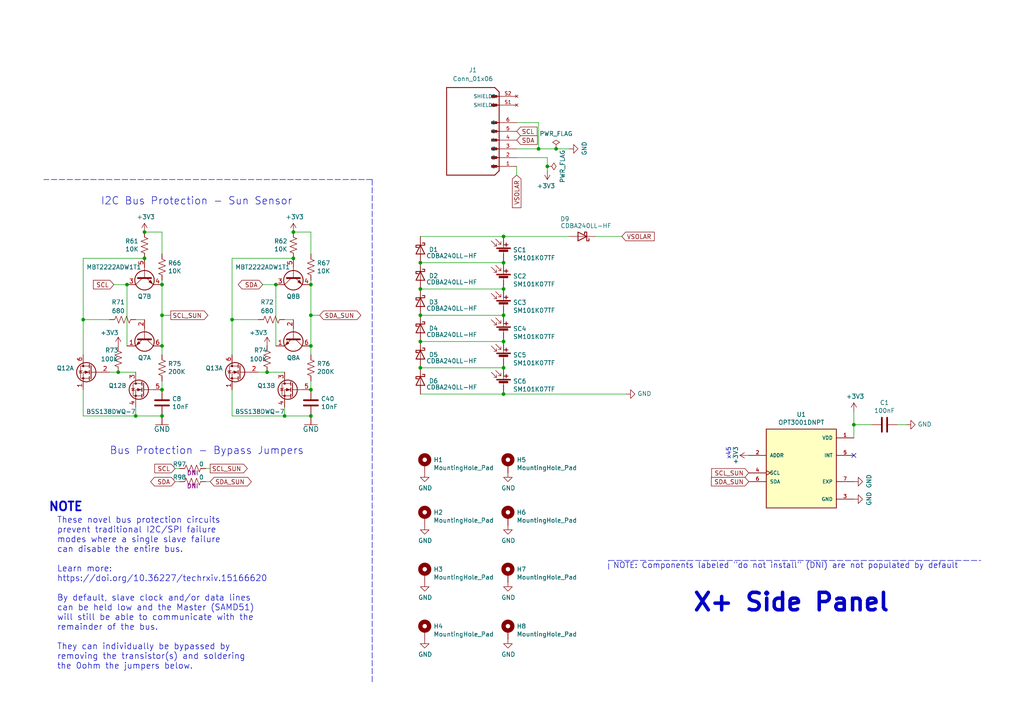
<source format=kicad_sch>
(kicad_sch (version 20211123) (generator eeschema)
  (paper "A4")
  (title_block (title "Sapling X+ Side Panel") (date "2022-05-02") (rev "Flight Ver. 1") (company "Stanford SSI") (comment 1 "Grant Regen"))
  (lib_symbols
    (symbol "Device:C" (pin_numbers hide) (pin_names (offset 0.254))
      (property "Reference" "C" (at 0.635 2.54 0))
      (property "Value" "C" (at 0.635 -2.54 0))
      (symbol "C_0_1"
        (polyline (pts (xy -2.032 -0.762) (xy 2.032 -0.762)) (stroke (width 0.508)))
        (polyline (pts (xy -2.032 0.762) (xy 2.032 0.762)) (stroke (width 0.508)))
      )
      (symbol "C_1_1"
        (pin passive line (at 0 3.81 270) (length 2.794) (name "~") (number "1"))
        (pin passive line (at 0 -3.81 90) (length 2.794) (name "~") (number "2"))
      )
    )
    (symbol "Device:D_Schottky" (pin_numbers hide) (pin_names (offset 1.016) hide)
      (property "Reference" "D" (at 0 2.54 0))
      (property "Value" "D_Schottky" (at 0 -2.54 0))
      (symbol "D_Schottky_0_1"
        (polyline (pts (xy 1.27 0) (xy -1.27 0)))
        (polyline (pts (xy 1.27 1.27) (xy 1.27 -1.27) (xy -1.27 0) (xy 1.27 1.27)) (stroke (width 0.254)))
        (polyline (pts (xy -1.905 0.635) (xy -1.905 1.27) (xy -1.27 1.27) (xy -1.27 -1.27) (xy -0.635 -1.27) (xy -0.635 -0.635)) (stroke (width 0.254)))
      )
      (symbol "D_Schottky_1_1"
        (pin passive line (at -3.81 0 0) (length 2.54) (name "K") (number "1"))
        (pin passive line (at 3.81 0 180) (length 2.54) (name "A") (number "2"))
      )
    )
    (symbol "Device:R_US" (pin_numbers hide) (pin_names (offset 0))
      (property "Reference" "R" (at 2.54 0 90))
      (property "Value" "R_US" (at -2.54 0 90))
      (symbol "R_US_0_1"
        (polyline (pts (xy 0 -2.286) (xy 0 -2.54)))
        (polyline (pts (xy 0 2.286) (xy 0 2.54)))
        (polyline (pts (xy 0 -0.762) (xy 1.016 -1.143) (xy 0 -1.524) (xy -1.016 -1.905) (xy 0 -2.286)))
        (polyline (pts (xy 0 0.762) (xy 1.016 0.381) (xy 0 0) (xy -1.016 -0.381) (xy 0 -0.762)))
        (polyline (pts (xy 0 2.286) (xy 1.016 1.905) (xy 0 1.524) (xy -1.016 1.143) (xy 0 0.762)))
      )
      (symbol "R_US_1_1"
        (pin passive line (at 0 3.81 270) (length 1.27) (name "~") (number "1"))
        (pin passive line (at 0 -3.81 90) (length 1.27) (name "~") (number "2"))
      )
    )
    (symbol "Device:Solar_Cell" (pin_numbers hide) (pin_names (offset 0) hide)
      (property "Reference" "SC" (at 2.54 2.54 0))
      (property "Value" "Solar_Cell" (at 2.54 0 0))
      (symbol "Solar_Cell_0_1"
        (rectangle (start -2.032 1.778) (end 2.032 1.524) (fill (type outline)))
        (rectangle (start -1.3208 1.1938) (end 1.27 0.6858) (fill (type outline)))
        (polyline (pts (xy -2.032 2.286) (xy -3.556 3.81)))
        (polyline (pts (xy -0.762 2.794) (xy -2.286 4.318)))
        (polyline (pts (xy 0 0.762) (xy 0 0)))
        (polyline (pts (xy 0 1.778) (xy 0 2.54)))
        (polyline (pts (xy 0.254 2.667) (xy 1.27 2.667)) (stroke (width 0.254)))
        (polyline (pts (xy 0.762 3.175) (xy 0.762 2.159)) (stroke (width 0.254)))
        (polyline (pts (xy -2.032 3.048) (xy -2.032 2.286) (xy -2.794 2.286)))
        (polyline (pts (xy -0.762 3.556) (xy -0.762 2.794) (xy -1.524 2.794)))
      )
      (symbol "Solar_Cell_1_1"
        (pin passive line (at 0 5.08 270) (length 2.54) (name "+") (number "1"))
        (pin passive line (at 0 -2.54 90) (length 2.54) (name "-") (number "2"))
      )
    )
    (symbol "Mechanical:MountingHole_Pad" (pin_numbers hide) (pin_names (offset 1.016) hide)
      (property "Reference" "H" (at 0 6.35 0))
      (property "Value" "MountingHole_Pad" (at 0 4.445 0))
      (symbol "MountingHole_Pad_0_1"
        (circle (center 0 1.27) (radius 1.27) (stroke (width 1.27)))
      )
      (symbol "MountingHole_Pad_1_1"
        (pin input line (at 0 -2.54 90) (length 2.54) (name "1") (number "1"))
      )
    )
    (symbol "Transistor_BJT:MBT2222ADW1T1" (pin_names (offset 0) hide)
      (property "Reference" "Q" (at 5.08 1.27 0))
      (property "Value" "MBT2222ADW1T1" (at 5.08 -1.27 0))
      (symbol "MBT2222ADW1T1_0_1"
        (polyline (pts (xy 0.635 0) (xy -2.54 0)))
        (polyline (pts (xy 0.635 0.635) (xy 2.54 2.54)))
        (polyline (pts (xy 0.635 -0.635) (xy 2.54 -2.54) (xy 2.54 -2.54)))
        (polyline (pts (xy 0.635 1.905) (xy 0.635 -1.905) (xy 0.635 -1.905)) (stroke (width 0.508)))
        (polyline (pts (xy 1.27 -1.778) (xy 1.778 -1.27) (xy 2.286 -2.286) (xy 1.27 -1.778) (xy 1.27 -1.778)) (fill (type outline)))
        (circle (center 1.27 0) (radius 2.8194) (stroke (width 0.254)))
      )
      (symbol "MBT2222ADW1T1_1_1"
        (pin passive line (at 2.54 -5.08 90) (length 2.54) (name "E1") (number "1"))
        (pin input line (at -5.08 0 0) (length 2.54) (name "B1") (number "2"))
        (pin passive line (at 2.54 5.08 270) (length 2.54) (name "C1") (number "6"))
      )
      (symbol "MBT2222ADW1T1_2_1"
        (pin passive line (at 2.54 5.08 270) (length 2.54) (name "C2") (number "3"))
        (pin passive line (at 2.54 -5.08 90) (length 2.54) (name "E2") (number "4"))
        (pin input line (at -5.08 0 0) (length 2.54) (name "B2") (number "5"))
      )
    )
    (symbol "mainboard:BSS138DWQ-7" (pin_names (offset 0.762) hide)
      (property "Reference" "Q" (at -2.54 5.08 0))
      (property "Value" "BSS138DWQ-7" (at 3.81 6.35 0))
      (symbol "BSS138DWQ-7_1_1"
        (polyline (pts (xy -1.016 0) (xy -3.81 0)))
        (polyline (pts (xy -1.016 1.905) (xy -1.016 -1.905)) (stroke (width 0.254)))
        (polyline (pts (xy -0.508 -1.27) (xy -0.508 -2.286)) (stroke (width 0.254)))
        (polyline (pts (xy -0.508 0.508) (xy -0.508 -0.508)) (stroke (width 0.254)))
        (polyline (pts (xy -0.508 2.286) (xy -0.508 1.27)) (stroke (width 0.254)))
        (polyline (pts (xy 1.27 2.54) (xy 1.27 1.778)))
        (polyline (pts (xy 1.27 -2.54) (xy 1.27 0) (xy -0.508 0)))
        (polyline (pts (xy -0.508 -1.778) (xy 2.032 -1.778) (xy 2.032 1.778) (xy -0.508 1.778)))
        (polyline (pts (xy -0.254 0) (xy 0.762 0.381) (xy 0.762 -0.381) (xy -0.254 0)) (fill (type outline)))
        (polyline (pts (xy 1.524 0.508) (xy 1.651 0.381) (xy 2.413 0.381) (xy 2.54 0.254)))
        (polyline (pts (xy 2.032 0.381) (xy 1.651 -0.254) (xy 2.413 -0.254) (xy 2.032 0.381)))
        (circle (center 0.381 0) (radius 2.794) (stroke (width 0.254)))
        (circle (center 1.27 -1.778) (radius 0.254) (fill (type outline)))
        (circle (center 1.27 1.778) (radius 0.254) (fill (type outline)))
        (pin passive line (at 1.27 -5.08 90) (length 2.54) (name "S2") (number "1"))
        (pin input line (at -6.35 0 0) (length 2.54) (name "G2") (number "2"))
        (pin passive line (at 1.27 5.08 270) (length 2.54) (name "D1") (number "6"))
      )
      (symbol "BSS138DWQ-7_2_1"
        (polyline (pts (xy -1.016 0) (xy -3.81 0)))
        (polyline (pts (xy -1.016 1.905) (xy -1.016 -1.905)) (stroke (width 0.254)))
        (polyline (pts (xy -0.508 -1.27) (xy -0.508 -2.286)) (stroke (width 0.254)))
        (polyline (pts (xy -0.508 0.508) (xy -0.508 -0.508)) (stroke (width 0.254)))
        (polyline (pts (xy -0.508 2.286) (xy -0.508 1.27)) (stroke (width 0.254)))
        (polyline (pts (xy 1.27 2.54) (xy 1.27 1.778)))
        (polyline (pts (xy 1.27 -2.54) (xy 1.27 0) (xy -0.508 0)))
        (polyline (pts (xy -0.508 -1.778) (xy 2.032 -1.778) (xy 2.032 1.778) (xy -0.508 1.778)))
        (polyline (pts (xy -0.254 0) (xy 0.762 0.381) (xy 0.762 -0.381) (xy -0.254 0)) (fill (type outline)))
        (polyline (pts (xy 1.524 0.508) (xy 1.651 0.381) (xy 2.413 0.381) (xy 2.54 0.254)))
        (polyline (pts (xy 2.032 0.381) (xy 1.651 -0.254) (xy 2.413 -0.254) (xy 2.032 0.381)))
        (circle (center 0.381 0) (radius 2.794) (stroke (width 0.254)))
        (circle (center 1.27 -1.778) (radius 0.254) (fill (type outline)))
        (circle (center 1.27 1.778) (radius 0.254) (fill (type outline)))
        (pin passive line (at 1.27 5.08 270) (length 2.54) (name "D2") (number "3"))
        (pin passive line (at 1.27 -5.08 90) (length 2.54) (name "S1") (number "4"))
        (pin input line (at -6.35 0 0) (length 2.54) (name "G1") (number "5"))
      )
    )
    (symbol "mainboard:GND" (power) (pin_names (offset 1.016))
      (property "Value" "GND" (at -2.54 -2.54 0))
      (symbol "GND_1_0"
        (polyline (pts (xy -1.905 0) (xy 1.905 0)))
        (pin power_in line (at 0 2.54 270) (length 2.54) (name "GND") (number "1"))
      )
    )
    (symbol "power:+3.3V" (power) (pin_names (offset 0))
      (property "Value" "+3.3V" (at 0 3.556 0))
      (symbol "+3.3V_0_1"
        (polyline (pts (xy -0.762 1.27) (xy 0 2.54)))
        (polyline (pts (xy 0 0) (xy 0 2.54)))
        (polyline (pts (xy 0 2.54) (xy 0.762 1.27)))
      )
      (symbol "+3.3V_1_1"
        (pin power_in line (at 0 0 90) (length 0) hide (name "+3V3") (number "1"))
      )
    )
    (symbol "power:GND" (power) (pin_names (offset 0))
      (property "Value" "GND" (at 0 -3.81 0))
      (symbol "GND_0_1"
        (polyline (pts (xy 0 0) (xy 0 -1.27) (xy 1.27 -1.27) (xy 0 -2.54) (xy -1.27 -1.27) (xy 0 -1.27)))
      )
      (symbol "GND_1_1"
        (pin power_in line (at 0 0 270) (length 0) hide (name "GND") (number "1"))
      )
    )
    (symbol "power:PWR_FLAG" (power) (pin_numbers hide) (pin_names (offset 0) hide)
      (property "Value" "PWR_FLAG" (at 0 3.81 0))
      (symbol "PWR_FLAG_0_0"
        (pin power_out line (at 0 0 90) (length 0) (name "pwr") (number "1"))
      )
      (symbol "PWR_FLAG_0_1"
        (polyline (pts (xy 0 0) (xy 0 1.27) (xy -1.016 1.905) (xy 0 2.54) (xy 1.016 1.905) (xy 0 1.27)))
      )
    )
    (symbol "solarpanelboards:2053380006" (pin_names (offset 1.016))
      (property "Reference" "J" (at -7.62 13.97 0))
      (property "Value" "2053380006" (at -7.62 -15.24 0))
      (symbol "2053380006_0_0"
        (rectangle (start -6.985 -10.4648) (end -5.3848 -9.8298) (fill (type outline)))
        (rectangle (start -6.985 -7.9248) (end -5.3848 -7.2898) (fill (type outline)))
        (rectangle (start -6.985 -2.8448) (end -5.3848 -2.2098) (fill (type outline)))
        (rectangle (start -6.985 -0.3048) (end -5.3848 0.3048) (fill (type outline)))
        (rectangle (start -6.985 2.2098) (end -5.3848 2.8448) (fill (type outline)))
        (rectangle (start -6.985 4.7498) (end -5.3848 5.3848) (fill (type outline)))
        (rectangle (start -6.985 7.2898) (end -5.3848 7.9248) (fill (type outline)))
        (rectangle (start -6.985 9.8298) (end -5.3848 10.4648) (fill (type outline)))
        (polyline (pts (xy -7.62 -11.43) (xy -6.35 -12.7)) (stroke (width 0.254)))
        (polyline (pts (xy -7.62 -10.16) (xy -5.715 -10.16)) (stroke (width 0.254)))
        (polyline (pts (xy -7.62 -7.62) (xy -5.715 -7.62)) (stroke (width 0.254)))
        (polyline (pts (xy -7.62 -2.54) (xy -7.62 -11.43)) (stroke (width 0.254)))
        (polyline (pts (xy -7.62 -2.54) (xy -5.715 -2.54)) (stroke (width 0.254)))
        (polyline (pts (xy -7.62 0) (xy -7.62 -2.54)) (stroke (width 0.254)))
        (polyline (pts (xy -7.62 0) (xy -5.715 0)) (stroke (width 0.254)))
        (polyline (pts (xy -7.62 2.54) (xy -7.62 0)) (stroke (width 0.254)))
        (polyline (pts (xy -7.62 2.54) (xy -5.715 2.54)) (stroke (width 0.254)))
        (polyline (pts (xy -7.62 5.08) (xy -7.62 2.54)) (stroke (width 0.254)))
        (polyline (pts (xy -7.62 5.08) (xy -5.715 5.08)) (stroke (width 0.254)))
        (polyline (pts (xy -7.62 7.62) (xy -5.715 7.62)) (stroke (width 0.254)))
        (polyline (pts (xy -7.62 10.16) (xy -5.715 10.16)) (stroke (width 0.254)))
        (polyline (pts (xy -7.62 11.43) (xy -7.62 5.08)) (stroke (width 0.254)))
        (polyline (pts (xy -7.62 11.43) (xy -6.35 12.7)) (stroke (width 0.254)))
        (polyline (pts (xy -6.35 -12.7) (xy 7.62 -12.7)) (stroke (width 0.254)))
        (polyline (pts (xy 7.62 -12.7) (xy 7.62 12.7)) (stroke (width 0.254)))
        (polyline (pts (xy 7.62 12.7) (xy -6.35 12.7)) (stroke (width 0.254)))
        (pin passive line (at -12.7 10.16 0) (length 5.08) (name "1") (number "1"))
        (pin passive line (at -12.7 7.62 0) (length 5.08) (name "2") (number "2"))
        (pin passive line (at -12.7 5.08 0) (length 5.08) (name "3") (number "3"))
        (pin passive line (at -12.7 2.54 0) (length 5.08) (name "4") (number "4"))
        (pin passive line (at -12.7 0 0) (length 5.08) (name "5") (number "5"))
        (pin passive line (at -12.7 -2.54 0) (length 5.08) (name "6") (number "6"))
        (pin no_connect line (at -12.7 -7.62 0) (length 5.08) (name "SHIELD1") (number "S1"))
        (pin no_connect line (at -12.7 -10.16 0) (length 5.08) (name "SHIELD2") (number "S2"))
      )
    )
    (symbol "solarpanelboards:OPT3001DNPT" (pin_names (offset 1.016))
      (property "Reference" "U" (at -10.16 13.97 0))
      (property "Value" "OPT3001DNPT" (at -6.35 -12.7 0))
      (symbol "OPT3001DNPT_0_0"
        (rectangle (start -10.16 -10.16) (end 10.16 12.7) (stroke (width 0.254)) (fill (type background)))
        (pin power_in line (at 15.24 10.16 180) (length 5.08) (name "VDD") (number "1"))
        (pin input line (at -15.24 5.08 0) (length 5.08) (name "ADDR") (number "2"))
        (pin power_in line (at 15.24 -7.62 180) (length 5.08) (name "GND") (number "3"))
        (pin input clock (at -15.24 0 0) (length 5.08) (name "SCL") (number "4"))
        (pin output line (at 15.24 5.08 180) (length 5.08) (name "INT") (number "5"))
        (pin bidirectional line (at -15.24 -2.54 0) (length 5.08) (name "SDA") (number "6"))
        (pin passive line (at 15.24 -2.54 180) (length 5.08) (name "EXP") (number "7"))
      )
    )
  )
  (junction (at 85.09 74.93))
  (junction (at 146.05 68.58))
  (junction (at 41.91 67.31))
  (junction (at 67.31 92.71))
  (junction (at 90.17 91.44))
  (junction (at 121.92 106.68))
  (junction (at 247.65 123.19))
  (junction (at 146.05 91.44))
  (junction (at 146.05 83.82))
  (junction (at 121.92 83.82))
  (junction (at 90.17 100.33))
  (junction (at 36.83 82.55))
  (junction (at 90.17 113.03))
  (junction (at 146.05 99.06))
  (junction (at 82.55 120.65))
  (junction (at 146.05 114.3))
  (junction (at 146.05 106.68))
  (junction (at 146.05 76.2))
  (junction (at 90.17 82.55))
  (junction (at 46.99 113.03))
  (junction (at 161.29 43.18))
  (junction (at 90.17 120.65))
  (junction (at 156.21 43.18))
  (junction (at 24.13 92.71))
  (junction (at 39.37 120.65))
  (junction (at 85.09 67.31))
  (junction (at 77.47 107.95))
  (junction (at 41.91 74.93))
  (junction (at 80.01 82.55))
  (junction (at 46.99 91.44))
  (junction (at 46.99 82.55))
  (junction (at 121.92 99.06))
  (junction (at 46.99 100.33))
  (junction (at 121.92 76.2))
  (junction (at 46.99 120.65))
  (junction (at 158.75 48.26))
  (junction (at 34.29 107.95))
  (junction (at 121.92 91.44))
  (no_connect (at 247.65 132.08))
  (polyline (pts (xy 107.95 52.07) (xy 107.95 198.12)))
  (wire (pts (xy 121.92 114.3) (xy 146.05 114.3)))
  (wire (pts (xy 24.13 102.87) (xy 24.13 92.71)))
  (wire (pts (xy 34.29 107.95) (xy 31.75 107.95)))
  (wire (pts (xy 50.8 139.7) (xy 52.07 139.7)))
  (wire (pts (xy 247.65 127) (xy 247.65 123.19)))
  (wire (pts (xy 149.86 48.26) (xy 149.86 50.8)))
  (wire (pts (xy 46.99 73.66) (xy 46.99 67.31)))
  (wire (pts (xy 39.37 120.65) (xy 46.99 120.65)))
  (wire (pts (xy 33.02 82.55) (xy 36.83 82.55)))
  (wire (pts (xy 90.17 100.33) (xy 90.17 91.44)))
  (wire (pts (xy 90.17 102.87) (xy 90.17 100.33)))
  (wire (pts (xy 158.75 45.72) (xy 158.75 48.26)))
  (wire (pts (xy 149.86 45.72) (xy 158.75 45.72)))
  (wire (pts (xy 172.72 68.58) (xy 180.34 68.58)))
  (wire (pts (xy 161.29 43.18) (xy 165.1 43.18)))
  (wire (pts (xy 39.37 107.95) (xy 34.29 107.95)))
  (wire (pts (xy 67.31 113.03) (xy 67.31 120.65)))
  (wire (pts (xy 149.86 35.56) (xy 156.21 35.56)))
  (wire (pts (xy 24.13 92.71) (xy 24.13 74.93)))
  (wire (pts (xy 49.53 91.44) (xy 46.99 91.44)))
  (wire (pts (xy 82.55 107.95) (xy 77.47 107.95)))
  (wire (pts (xy 92.71 91.44) (xy 90.17 91.44)))
  (wire (pts (xy 156.21 35.56) (xy 156.21 43.18)))
  (wire (pts (xy 90.17 110.49) (xy 90.17 113.03)))
  (wire (pts (xy 260.35 123.19) (xy 262.89 123.19)))
  (wire (pts (xy 156.21 43.18) (xy 161.29 43.18)))
  (wire (pts (xy 90.17 67.31) (xy 85.09 67.31)))
  (wire (pts (xy 121.92 106.68) (xy 146.05 106.68)))
  (wire (pts (xy 41.91 92.71) (xy 39.37 92.71)))
  (wire (pts (xy 46.99 81.28) (xy 46.99 82.55)))
  (wire (pts (xy 121.92 83.82) (xy 146.05 83.82)))
  (wire (pts (xy 67.31 92.71) (xy 74.93 92.71)))
  (wire (pts (xy 77.47 107.95) (xy 74.93 107.95)))
  (wire (pts (xy 24.13 92.71) (xy 31.75 92.71)))
  (wire (pts (xy 46.99 100.33) (xy 46.99 91.44)))
  (polyline (pts (xy 107.95 52.07) (xy 12.7 52.07)))
  (wire (pts (xy 60.96 135.89) (xy 59.69 135.89)))
  (wire (pts (xy 158.75 48.26) (xy 158.75 49.53)))
  (wire (pts (xy 149.86 43.18) (xy 156.21 43.18)))
  (wire (pts (xy 90.17 73.66) (xy 90.17 67.31)))
  (wire (pts (xy 146.05 114.3) (xy 181.61 114.3)))
  (wire (pts (xy 46.99 67.31) (xy 41.91 67.31)))
  (polyline (pts (xy 176.53 162.56) (xy 284.48 162.56)))
  (wire (pts (xy 76.2 82.55) (xy 80.01 82.55)))
  (wire (pts (xy 165.1 68.58) (xy 146.05 68.58)))
  (wire (pts (xy 50.8 135.89) (xy 52.07 135.89)))
  (wire (pts (xy 82.55 120.65) (xy 90.17 120.65)))
  (wire (pts (xy 46.99 110.49) (xy 46.99 113.03)))
  (wire (pts (xy 46.99 91.44) (xy 46.99 82.55)))
  (wire (pts (xy 121.92 99.06) (xy 146.05 99.06)))
  (wire (pts (xy 24.13 113.03) (xy 24.13 120.65)))
  (wire (pts (xy 247.65 123.19) (xy 247.65 119.38)))
  (wire (pts (xy 80.01 82.55) (xy 80.01 100.33)))
  (wire (pts (xy 67.31 120.65) (xy 82.55 120.65)))
  (wire (pts (xy 121.92 91.44) (xy 146.05 91.44)))
  (wire (pts (xy 252.73 123.19) (xy 247.65 123.19)))
  (wire (pts (xy 90.17 91.44) (xy 90.17 82.55)))
  (wire (pts (xy 121.92 76.2) (xy 146.05 76.2)))
  (wire (pts (xy 24.13 74.93) (xy 41.91 74.93)))
  (wire (pts (xy 24.13 120.65) (xy 39.37 120.65)))
  (polyline (pts (xy 176.53 165.1) (xy 176.53 162.56)))
  (wire (pts (xy 121.92 68.58) (xy 146.05 68.58)))
  (wire (pts (xy 67.31 92.71) (xy 67.31 74.93)))
  (wire (pts (xy 67.31 74.93) (xy 85.09 74.93)))
  (wire (pts (xy 46.99 102.87) (xy 46.99 100.33)))
  (wire (pts (xy 82.55 118.11) (xy 82.55 120.65)))
  (wire (pts (xy 36.83 82.55) (xy 36.83 100.33)))
  (wire (pts (xy 85.09 92.71) (xy 82.55 92.71)))
  (wire (pts (xy 39.37 118.11) (xy 39.37 120.65)))
  (wire (pts (xy 60.96 139.7) (xy 59.69 139.7)))
  (wire (pts (xy 90.17 81.28) (xy 90.17 82.55)))
  (wire (pts (xy 67.31 102.87) (xy 67.31 92.71)))
  (text "These novel bus protection circuits\nprevent traditional I2C/SPI failure \nmodes where a single slave failure\ncan disable the entire bus.\n\nLearn more: \nhttps://doi.org/10.36227/techrxiv.15166620\n\nBy default, slave clock and/or data lines \ncan be held low and the Master (SAMD51) \nwill still be able to communicate with the \nremainder of the bus.\n\nThey can individually be bypassed by \nremoving the transistor(s) and soldering\nthe 0ohm the jumpers below." (at 16.51 194.31 0) (effects (font (size 1.7526 1.7526)) (justify left bottom)))
  (text "x45" (at 212.09 133.35 90) (effects (font (size 1.27 1.27)) (justify left bottom)))
  (text "X+ Side Panel" (at 200.66 177.8 0) (effects (font (size 5.08 5.08) (thickness 1.016) bold) (justify left bottom)))
  (text "NOTE: Components labeled \"do not install\" (DNI) are not populated by default" (at 177.8 165.1 0) (effects (font (size 1.651 1.651)) (justify left bottom)))
  (text "NOTE" (at 13.97 148.59 0) (effects (font (size 2.54 2.54) (thickness 0.508) bold) (justify left bottom)))
  (text "Bus Protection - Bypass Jumpers" (at 31.75 132.08 0) (effects (font (size 2.159 2.159)) (justify left bottom)))
  (text "I2C Bus Protection - Sun Sensor" (at 29.21 59.69 0) (effects (font (size 2.159 2.159)) (justify left bottom)))
  (global_label "SCL_SUN" (shape input) (at 217.17 137.16 180) (property "Intersheet References" "${INTERSHEET_REFS}" (effects hide)))
  (global_label "SCL" (shape input) (at 149.86 38.1 0) (property "Intersheet References" "${INTERSHEET_REFS}" (effects hide)))
  (global_label "SDA_SUN" (shape bidirectional) (at 60.96 139.7 0) (property "Intersheet References" "${INTERSHEET_REFS}" (effects hide)))
  (global_label "SDA" (shape bidirectional) (at 76.2 82.55 180) (property "Intersheet References" "${INTERSHEET_REFS}" (effects hide)))
  (global_label "SCL" (shape input) (at 50.8 135.89 180) (property "Intersheet References" "${INTERSHEET_REFS}" (effects hide)))
  (global_label "SDA" (shape input) (at 149.86 40.64 0) (property "Intersheet References" "${INTERSHEET_REFS}" (effects hide)))
  (global_label "SCL" (shape input) (at 33.02 82.55 180) (property "Intersheet References" "${INTERSHEET_REFS}" (effects hide)))
  (global_label "SDA" (shape bidirectional) (at 50.8 139.7 180) (property "Intersheet References" "${INTERSHEET_REFS}" (effects hide)))
  (global_label "SCL_SUN" (shape output) (at 49.53 91.44 0) (property "Intersheet References" "${INTERSHEET_REFS}" (effects hide)))
  (global_label "SDA_SUN" (shape input) (at 217.17 139.7 180) (property "Intersheet References" "${INTERSHEET_REFS}" (effects hide)))
  (global_label "VSOLAR" (shape input) (at 149.86 50.8 270) (property "Intersheet References" "${INTERSHEET_REFS}" (effects hide)))
  (global_label "VSOLAR" (shape input) (at 180.34 68.58 0) (property "Intersheet References" "${INTERSHEET_REFS}" (effects hide)))
  (global_label "SCL_SUN" (shape output) (at 60.96 135.89 0) (property "Intersheet References" "${INTERSHEET_REFS}" (effects hide)))
  (global_label "SDA_SUN" (shape bidirectional) (at 92.71 91.44 0) (property "Intersheet References" "${INTERSHEET_REFS}" (effects hide)))
  (symbol (lib_id "mainboard:BSS138DWQ-7") (at 25.4 107.95 0) (mirror y) (unit 1)
    (property "Reference" "Q12" (at 21.463 106.7816 0) (effects (justify left)))
    (property "Value" "BSS138DWQ-7" (at 39.37 119.38 0) (effects (justify left)))
    (property "Footprint" "sputnik2U:BSS138DWQ-7" (effects hide))
    (property "Datasheet" "https://www.diodes.com/assets/Datasheets/BSS138DWQ.pdf" (effects hide))
    (property "Description" "Dual N-Channel MOSFET - 2NMOS" (effects hide))
    (property "Flight" "BSS138DWQ-7" (effects hide))
    (property "Manufacturer_Name" "Diodes Incorporated" (effects hide))
    (property "Manufacturer_Part_Number" "BSS138DWQ-7" (effects hide))
    (property "Proto" "BSS138DWQ-7" (effects hide))
  )
  (symbol (lib_id "mainboard:BSS138DWQ-7") (at 40.64 113.03 0) (mirror y) (unit 2)
    (property "Reference" "Q12" (at 36.703 111.8616 0) (effects (justify left)))
    (property "Value" "BSS138DWQ-7" (effects hide))
    (property "Footprint" "sputnik2U:BSS138DWQ-7" (effects hide))
    (property "Datasheet" "https://www.diodes.com/assets/Datasheets/BSS138DWQ.pdf" (effects hide))
    (property "Description" "Dual N-Channel MOSFET - 2NMOS" (effects hide))
    (property "Flight" "BSS138DWQ-7" (effects hide))
    (property "Manufacturer_Name" "Diodes Incorporated" (effects hide))
    (property "Manufacturer_Part_Number" "BSS138DWQ-7" (effects hide))
    (property "Proto" "BSS138DWQ-7" (effects hide))
  )
  (symbol (lib_id "Transistor_BJT:MBT2222ADW1T1") (at 41.91 97.79 270) (unit 1)
    (property "Reference" "Q7" (at 41.91 103.7844 90))
    (property "Value" "MBT2222ADW1T1" (effects hide))
    (property "Footprint" "Package_TO_SOT_SMD:SOT-363_SC-70-6" (effects hide))
    (property "Datasheet" "http://www.onsemi.com/pub_link/Collateral/MBT2222ADW1T1-D.PDF" (effects hide))
    (property "Description" "Dual NPN BJT - 2NPN" (effects hide))
    (property "Flight" "MBT2222ADW1T1G" (effects hide))
    (property "Manufacturer_Name" "ON Semiconductor" (effects hide))
    (property "Manufacturer_Part_Number" "MBT2222ADW1T1G" (effects hide))
    (property "Proto" "MBT2222ADW1T1G" (effects hide))
  )
  (symbol (lib_id "Transistor_BJT:MBT2222ADW1T1") (at 41.91 80.01 90) (mirror x) (unit 2)
    (property "Reference" "Q7" (at 41.91 85.979 90))
    (property "Value" "MBT2222ADW1T1" (at 33.02 77.47 90))
    (property "Footprint" "Package_TO_SOT_SMD:SOT-363_SC-70-6" (effects hide))
    (property "Datasheet" "http://www.onsemi.com/pub_link/Collateral/MBT2222ADW1T1-D.PDF" (effects hide))
    (property "Description" "Dual NPN BJT - 2NPN" (effects hide))
    (property "Flight" "MBT2222ADW1T1G" (effects hide))
    (property "Manufacturer_Name" "ON Semiconductor" (effects hide))
    (property "Manufacturer_Part_Number" "MBT2222ADW1T1G" (effects hide))
    (property "Proto" "MBT2222ADW1T1G" (effects hide))
  )
  (symbol (lib_id "Device:C") (at 46.99 116.84 0) (unit 1)
    (property "Reference" "C8" (at 49.911 115.6716 0) (effects (justify left)))
    (property "Value" "10nF" (at 49.911 117.983 0) (effects (justify left)))
    (property "Footprint" "Capacitor_SMD:C_0603_1608Metric" (effects hide))
    (property "Description" "10nF +-10% 50V X7R" (effects hide))
  )
  (symbol (lib_id "mainboard:GND") (at 46.99 123.19 0) (unit 1)
    (property "Reference" "#GND045" (effects hide))
    (property "Value" "GND" (at 46.99 124.46 0) (effects (font (size 1.4986 1.4986))))
  )
  (symbol (lib_id "Device:R_US") (at 46.99 77.47 0) (unit 1)
    (property "Reference" "R66" (at 48.7172 76.3016 0) (effects (justify left)))
    (property "Value" "10K" (at 48.7172 78.613 0) (effects (justify left)))
    (property "Footprint" "Resistor_SMD:R_0603_1608Metric" (effects hide))
    (property "Description" "10K 0603" (effects hide))
  )
  (symbol (lib_id "Device:R_US") (at 41.91 71.12 0) (unit 1)
    (property "Reference" "R61" (at 40.2082 69.9516 0) (effects (justify right)))
    (property "Value" "10K" (at 40.2082 72.263 0) (effects (justify right)))
    (property "Footprint" "Resistor_SMD:R_0603_1608Metric" (effects hide))
    (property "Description" "10K 0603" (effects hide))
  )
  (symbol (lib_id "Device:R_US") (at 35.56 92.71 270) (unit 1)
    (property "Reference" "R71" (at 34.29 87.63 90))
    (property "Value" "680" (at 34.29 90.17 90))
    (property "Footprint" "Resistor_SMD:R_0603_1608Metric" (effects hide))
    (property "Description" "680 0603" (effects hide))
  )
  (symbol (lib_id "Device:R_US") (at 34.29 104.14 0) (unit 1)
    (property "Reference" "R73" (at 30.48 101.6 0) (effects (justify left)))
    (property "Value" "100K" (at 29.21 104.14 0) (effects (justify left)))
    (property "Footprint" "Resistor_SMD:R_0603_1608Metric" (effects hide))
    (property "Description" "100K 0603" (effects hide))
  )
  (symbol (lib_id "Device:R_US") (at 46.99 106.68 0) (unit 1)
    (property "Reference" "R75" (at 48.7172 105.5116 0) (effects (justify left)))
    (property "Value" "200K" (at 48.7172 107.823 0) (effects (justify left)))
    (property "Footprint" "Resistor_SMD:R_0603_1608Metric" (effects hide))
    (property "Description" "200K 0603" (effects hide))
  )
  (symbol (lib_id "Transistor_BJT:MBT2222ADW1T1") (at 85.09 97.79 270) (unit 1)
    (property "Reference" "Q8" (at 85.09 103.7844 90))
    (property "Value" "MBT2222ADW1T1" (effects hide))
    (property "Footprint" "Package_TO_SOT_SMD:SOT-363_SC-70-6" (effects hide))
    (property "Datasheet" "http://www.onsemi.com/pub_link/Collateral/MBT2222ADW1T1-D.PDF" (effects hide))
    (property "Description" "Dual NPN BJT - 2NPN" (effects hide))
    (property "Flight" "MBT2222ADW1T1G" (effects hide))
    (property "Manufacturer_Name" "ON Semiconductor" (effects hide))
    (property "Manufacturer_Part_Number" "MBT2222ADW1T1G" (effects hide))
    (property "Proto" "MBT2222ADW1T1G" (effects hide))
  )
  (symbol (lib_id "Transistor_BJT:MBT2222ADW1T1") (at 85.09 80.01 90) (mirror x) (unit 2)
    (property "Reference" "Q8" (at 85.09 85.979 90))
    (property "Value" "MBT2222ADW1T1" (at 76.2 77.47 90))
    (property "Footprint" "Package_TO_SOT_SMD:SOT-363_SC-70-6" (effects hide))
    (property "Datasheet" "http://www.onsemi.com/pub_link/Collateral/MBT2222ADW1T1-D.PDF" (effects hide))
    (property "Description" "Dual NPN BJT - 2NPN" (effects hide))
    (property "Flight" "MBT2222ADW1T1G" (effects hide))
    (property "Manufacturer_Name" "ON Semiconductor" (effects hide))
    (property "Manufacturer_Part_Number" "MBT2222ADW1T1G" (effects hide))
    (property "Proto" "MBT2222ADW1T1G" (effects hide))
  )
  (symbol (lib_id "Device:C") (at 90.17 116.84 0) (unit 1)
    (property "Reference" "C40" (at 93.091 115.6716 0) (effects (justify left)))
    (property "Value" "10nF" (at 93.091 117.983 0) (effects (justify left)))
    (property "Footprint" "Capacitor_SMD:C_0603_1608Metric" (effects hide))
    (property "Description" "10nF +-10% 50V X7R" (effects hide))
  )
  (symbol (lib_id "mainboard:GND") (at 90.17 123.19 0) (unit 1)
    (property "Reference" "#GND046" (effects hide))
    (property "Value" "GND" (at 90.17 124.46 0) (effects (font (size 1.4986 1.4986))))
  )
  (symbol (lib_id "Device:R_US") (at 85.09 71.12 0) (unit 1)
    (property "Reference" "R62" (at 83.3882 69.9516 0) (effects (justify right)))
    (property "Value" "10K" (at 83.3882 72.263 0) (effects (justify right)))
    (property "Footprint" "Resistor_SMD:R_0603_1608Metric" (effects hide))
    (property "Description" "10K 0603" (effects hide))
  )
  (symbol (lib_id "Device:R_US") (at 78.74 92.71 270) (unit 1)
    (property "Reference" "R72" (at 77.47 87.63 90))
    (property "Value" "680" (at 77.47 90.17 90))
    (property "Footprint" "Resistor_SMD:R_0603_1608Metric" (effects hide))
    (property "Description" "680 0603" (effects hide))
  )
  (symbol (lib_id "mainboard:BSS138DWQ-7") (at 83.82 113.03 0) (mirror y) (unit 2)
    (property "Reference" "Q13" (at 79.883 111.8616 0) (effects (justify left)))
    (property "Value" "BSS138DWQ-7" (effects hide))
    (property "Footprint" "sputnik2U:BSS138DWQ-7" (effects hide))
    (property "Datasheet" "https://www.diodes.com/assets/Datasheets/BSS138DWQ.pdf" (effects hide))
    (property "Description" "Dual N-Channel MOSFET - 2NMOS" (effects hide))
    (property "Flight" "BSS138DWQ-7" (effects hide))
    (property "Manufacturer_Name" "Diodes Incorporated" (effects hide))
    (property "Manufacturer_Part_Number" "BSS138DWQ-7" (effects hide))
    (property "Proto" "BSS138DWQ-7" (effects hide))
  )
  (symbol (lib_id "Device:R_US") (at 90.17 106.68 0) (unit 1)
    (property "Reference" "R76" (at 91.8972 105.5116 0) (effects (justify left)))
    (property "Value" "200K" (at 91.8972 107.823 0) (effects (justify left)))
    (property "Footprint" "Resistor_SMD:R_0603_1608Metric" (effects hide))
    (property "Description" "200K 0603" (effects hide))
  )
  (symbol (lib_id "Device:R_US") (at 77.47 104.14 0) (unit 1)
    (property "Reference" "R74" (at 73.66 101.6 0) (effects (justify left)))
    (property "Value" "100K" (at 72.39 104.14 0) (effects (justify left)))
    (property "Footprint" "Resistor_SMD:R_0603_1608Metric" (effects hide))
    (property "Description" "100K 0603" (effects hide))
  )
  (symbol (lib_id "mainboard:BSS138DWQ-7") (at 68.58 107.95 0) (mirror y) (unit 1)
    (property "Reference" "Q13" (at 64.643 106.7816 0) (effects (justify left)))
    (property "Value" "BSS138DWQ-7" (at 82.55 119.38 0) (effects (justify left)))
    (property "Footprint" "sputnik2U:BSS138DWQ-7" (effects hide))
    (property "Datasheet" "https://www.diodes.com/assets/Datasheets/BSS138DWQ.pdf" (effects hide))
    (property "Description" "Dual N-Channel MOSFET - 2NMOS" (effects hide))
    (property "Flight" "BSS138DWQ-7" (effects hide))
    (property "Manufacturer_Name" "Diodes Incorporated" (effects hide))
    (property "Manufacturer_Part_Number" "BSS138DWQ-7" (effects hide))
    (property "Proto" "BSS138DWQ-7" (effects hide))
  )
  (symbol (lib_id "Device:R_US") (at 90.17 77.47 0) (unit 1)
    (property "Reference" "R67" (at 91.8972 76.3016 0) (effects (justify left)))
    (property "Value" "10K" (at 91.8972 78.613 0) (effects (justify left)))
    (property "Footprint" "Resistor_SMD:R_0603_1608Metric" (effects hide))
    (property "Description" "10K 0603" (effects hide))
  )
  (symbol (lib_id "Device:R_US") (at 55.88 135.89 270) (unit 1)
    (property "Reference" "R97" (at 52.07 134.62 90))
    (property "Value" "0" (at 58.42 134.62 90))
    (property "Footprint" "Resistor_SMD:R_0603_1608Metric" (effects hide))
    (property "DNI" "DNI" (at 55.88 137.16 90))
    (property "Description" "0 0603" (effects hide))
  )
  (symbol (lib_id "Device:R_US") (at 55.88 139.7 270) (unit 1)
    (property "Reference" "R98" (at 52.07 138.43 90))
    (property "Value" "0" (at 58.42 138.43 90))
    (property "Footprint" "Resistor_SMD:R_0603_1608Metric" (effects hide))
    (property "DNI" "DNI" (at 55.88 140.97 90))
    (property "Description" "0 0603" (effects hide))
  )
  (symbol (lib_id "power:+3.3V") (at 217.17 132.08 90) (unit 1)
    (property "Reference" "#PWR0108" (effects hide))
    (property "Value" "+3.3V" (at 213.36 132.08 0))
  )
  (symbol (lib_id "Device:D_Schottky") (at 121.92 102.87 270) (unit 1)
    (property "Reference" "D5" (at 125.73 102.87 90))
    (property "Value" "CDBA240LL-HF" (at 138.43 105.41 90) (effects (justify right bottom)))
    (property "Footprint" "sputnik2U:DO-214AC" (effects hide))
  )
  (symbol (lib_id "Device:Solar_Cell") (at 146.05 104.14 0) (unit 1)
    (property "Reference" "SC5" (at 148.7932 102.9716 0) (effects (justify left)))
    (property "Value" "SM101K07TF" (at 148.7932 105.283 0) (effects (justify left)))
    (property "Footprint" "sputnik2U:SM101K07TF" (effects hide))
  )
  (symbol (lib_id "power:GND") (at 262.89 123.19 90) (unit 1)
    (property "Reference" "#PWR0103" (effects hide))
    (property "Value" "GND" (at 266.1412 123.063 90) (effects (justify right)))
  )
  (symbol (lib_id "power:GND") (at 181.61 114.3 90) (unit 1)
    (property "Reference" "#PWR0109" (effects hide))
    (property "Value" "GND" (at 184.8612 114.173 90) (effects (justify right)))
  )
  (symbol (lib_id "power:GND") (at 165.1 43.18 90) (unit 1)
    (property "Reference" "#PWR0110" (effects hide))
    (property "Value" "GND" (at 169.4942 43.053 0))
  )
  (symbol (lib_id "Mechanical:MountingHole_Pad") (at 123.19 134.62 0) (unit 1) (in_bom no)
    (property "Reference" "H1" (at 125.73 133.3754 0) (effects (justify left)))
    (property "Value" "MountingHole_Pad" (at 125.73 135.6868 0) (effects (justify left)))
    (property "Footprint" "MountingHole:MountingHole_2.2mm_M2_DIN965_Pad_TopBottom" (effects hide))
  )
  (symbol (lib_id "power:GND") (at 123.19 137.16 0) (unit 1)
    (property "Reference" "#PWR01" (effects hide))
    (property "Value" "GND" (at 123.317 141.5542 0))
  )
  (symbol (lib_id "Mechanical:MountingHole_Pad") (at 123.19 149.86 0) (unit 1) (in_bom no)
    (property "Reference" "H2" (at 125.73 148.6154 0) (effects (justify left)))
    (property "Value" "MountingHole_Pad" (at 125.73 150.9268 0) (effects (justify left)))
    (property "Footprint" "MountingHole:MountingHole_2.2mm_M2_DIN965_Pad_TopBottom" (effects hide))
  )
  (symbol (lib_id "power:GND") (at 123.19 152.4 0) (unit 1)
    (property "Reference" "#PWR02" (effects hide))
    (property "Value" "GND" (at 123.317 156.7942 0))
  )
  (symbol (lib_id "power:GND") (at 123.19 168.91 0) (unit 1)
    (property "Reference" "#PWR03" (effects hide))
    (property "Value" "GND" (at 123.317 173.3042 0))
  )
  (symbol (lib_id "Mechanical:MountingHole_Pad") (at 147.32 166.37 0) (unit 1) (in_bom no)
    (property "Reference" "H7" (at 149.86 165.1254 0) (effects (justify left)))
    (property "Value" "MountingHole_Pad" (at 149.86 167.4368 0) (effects (justify left)))
    (property "Footprint" "MountingHole:MountingHole_2.2mm_M2_DIN965_Pad_TopBottom" (effects hide))
  )
  (symbol (lib_id "power:GND") (at 147.32 168.91 0) (unit 1)
    (property "Reference" "#PWR07" (effects hide))
    (property "Value" "GND" (at 147.447 173.3042 0))
  )
  (symbol (lib_id "Mechanical:MountingHole_Pad") (at 123.19 182.88 0) (unit 1) (in_bom no)
    (property "Reference" "H4" (at 125.73 181.6354 0) (effects (justify left)))
    (property "Value" "MountingHole_Pad" (at 125.73 183.9468 0) (effects (justify left)))
    (property "Footprint" "MountingHole:MountingHole_2.2mm_M2_DIN965_Pad_TopBottom" (effects hide))
  )
  (symbol (lib_id "power:GND") (at 123.19 185.42 0) (unit 1)
    (property "Reference" "#PWR04" (effects hide))
    (property "Value" "GND" (at 123.317 189.8142 0))
  )
  (symbol (lib_id "Mechanical:MountingHole_Pad") (at 147.32 182.88 0) (unit 1) (in_bom no)
    (property "Reference" "H8" (at 149.86 181.6354 0) (effects (justify left)))
    (property "Value" "MountingHole_Pad" (at 149.86 183.9468 0) (effects (justify left)))
    (property "Footprint" "MountingHole:MountingHole_2.2mm_M2_DIN965_Pad_TopBottom" (effects hide))
  )
  (symbol (lib_id "power:GND") (at 147.32 185.42 0) (unit 1)
    (property "Reference" "#PWR08" (effects hide))
    (property "Value" "GND" (at 147.447 189.8142 0))
  )
  (symbol (lib_id "Device:D_Schottky") (at 121.92 72.39 270) (unit 1)
    (property "Reference" "D1" (at 125.73 72.39 90))
    (property "Value" "CDBA240LL-HF" (at 138.43 74.93 90) (effects (justify right bottom)))
    (property "Footprint" "sputnik2U:DO-214AC" (effects hide))
  )
  (symbol (lib_id "Device:Solar_Cell") (at 146.05 81.28 0) (unit 1)
    (property "Reference" "SC2" (at 148.7932 80.1116 0) (effects (justify left)))
    (property "Value" "SM101K07TF" (at 148.7932 82.423 0) (effects (justify left)))
    (property "Footprint" "sputnik2U:SM101K07TF" (effects hide))
  )
  (symbol (lib_id "Device:Solar_Cell") (at 146.05 88.9 0) (unit 1)
    (property "Reference" "SC3" (at 148.7932 87.7316 0) (effects (justify left)))
    (property "Value" "SM101K07TF" (at 148.7932 90.043 0) (effects (justify left)))
    (property "Footprint" "sputnik2U:SM101K07TF" (effects hide))
  )
  (symbol (lib_id "Device:D_Schottky") (at 121.92 95.25 270) (unit 1)
    (property "Reference" "D4" (at 125.73 95.25 90))
    (property "Value" "CDBA240LL-HF" (at 138.43 97.79 90) (effects (justify right bottom)))
    (property "Footprint" "sputnik2U:DO-214AC" (effects hide))
  )
  (symbol (lib_id "Device:Solar_Cell") (at 146.05 96.52 0) (unit 1)
    (property "Reference" "SC4" (at 148.7932 95.3516 0) (effects (justify left)))
    (property "Value" "SM101K07TF" (at 148.7932 97.663 0) (effects (justify left)))
    (property "Footprint" "sputnik2U:SM101K07TF" (effects hide))
  )
  (symbol (lib_id "solarpanelboards:OPT3001DNPT") (at 232.41 137.16 0) (unit 1)
    (property "Reference" "U1" (at 232.41 120.2182 0))
    (property "Value" "OPT3001DNPT" (at 232.41 122.5296 0))
    (property "Footprint" "sputnik2U:OPT3001" (effects hide))
    (property "STANDARD" "IPC 7351B" (effects hide))
  )
  (symbol (lib_id "power:GND") (at 247.65 139.7 90) (unit 1)
    (property "Reference" "#PWR0101" (effects hide))
    (property "Value" "GND" (at 252.0442 139.573 0))
  )
  (symbol (lib_id "Device:Solar_Cell") (at 146.05 73.66 0) (unit 1)
    (property "Reference" "SC1" (at 148.7932 72.4916 0) (effects (justify left)))
    (property "Value" "SM101K07TF" (at 148.7932 74.803 0) (effects (justify left)))
    (property "Footprint" "sputnik2U:SM101K07TF" (effects hide))
  )
  (symbol (lib_id "power:+3.3V") (at 247.65 119.38 0) (unit 1)
    (property "Reference" "#PWR0102" (effects hide))
    (property "Value" "+3.3V" (at 248.031 114.9858 0))
  )
  (symbol (lib_id "power:+3.3V") (at 158.75 49.53 180) (unit 1)
    (property "Reference" "#PWR0111" (effects hide))
    (property "Value" "+3.3V" (at 158.369 53.9242 0))
  )
  (symbol (lib_id "power:PWR_FLAG") (at 158.75 48.26 270) (unit 1)
    (property "Reference" "#FLG0101" (effects hide))
    (property "Value" "PWR_FLAG" (at 163.1442 48.26 0))
  )
  (symbol (lib_id "power:PWR_FLAG") (at 161.29 43.18 0) (unit 1)
    (property "Reference" "#FLG0102" (effects hide))
    (property "Value" "PWR_FLAG" (at 161.29 38.7858 0))
  )
  (symbol (lib_id "Device:D_Schottky") (at 168.91 68.58 180) (unit 1)
    (property "Reference" "D9" (at 163.83 63.5 0))
    (property "Value" "CDBA240LL-HF" (at 162.56 64.77 0) (effects (justify right bottom)))
    (property "Footprint" "sputnik2U:DO-214AC" (effects hide))
  )
  (symbol (lib_id "Device:D_Schottky") (at 121.92 80.01 270) (unit 1)
    (property "Reference" "D2" (at 125.73 80.01 90))
    (property "Value" "CDBA240LL-HF" (at 138.43 82.55 90) (effects (justify right bottom)))
    (property "Footprint" "sputnik2U:DO-214AC" (effects hide))
  )
  (symbol (lib_id "Device:D_Schottky") (at 121.92 87.63 270) (unit 1)
    (property "Reference" "D3" (at 125.73 87.63 90))
    (property "Value" "CDBA240LL-HF" (at 138.43 90.17 90) (effects (justify right bottom)))
    (property "Footprint" "sputnik2U:DO-214AC" (effects hide))
  )
  (symbol (lib_id "Device:C") (at 256.54 123.19 90) (unit 1)
    (property "Reference" "C1" (at 256.54 116.7892 90))
    (property "Value" "100nF" (at 256.54 119.1006 90))
    (property "Footprint" "Capacitor_SMD:C_0603_1608Metric" (effects hide))
  )
  (symbol (lib_id "Device:D_Schottky") (at 121.92 110.49 270) (unit 1)
    (property "Reference" "D6" (at 125.73 110.49 90))
    (property "Value" "CDBA240LL-HF" (at 138.43 113.03 90) (effects (justify right bottom)))
    (property "Footprint" "sputnik2U:DO-214AC" (effects hide))
  )
  (symbol (lib_id "Device:Solar_Cell") (at 146.05 111.76 0) (unit 1)
    (property "Reference" "SC6" (at 148.7932 110.5916 0) (effects (justify left)))
    (property "Value" "SM101K07TF" (at 148.7932 112.903 0) (effects (justify left)))
    (property "Footprint" "sputnik2U:SM101K07TF" (effects hide))
  )
  (symbol (lib_id "solarpanelboards:2053380006") (at 137.16 38.1 180) (unit 1)
    (property "Reference" "J1" (at 137.16 20.32 0))
    (property "Value" "Conn_01x06" (at 137.16 22.86 0))
    (property "Footprint" "sputnik2U:MOLEX_2053380006" (effects hide))
  )
  (symbol (lib_id "power:GND") (at 247.65 144.78 90) (unit 1)
    (property "Reference" "#PWR0112" (effects hide))
    (property "Value" "GND" (at 252.0442 144.653 0))
  )
  (symbol (lib_id "Mechanical:MountingHole_Pad") (at 147.32 134.62 0) (unit 1) (in_bom no)
    (property "Reference" "H5" (at 149.86 133.3754 0) (effects (justify left)))
    (property "Value" "MountingHole_Pad" (at 149.86 135.6868 0) (effects (justify left)))
    (property "Footprint" "MountingHole:MountingHole_2.2mm_M2_DIN965_Pad_TopBottom" (effects hide))
  )
  (symbol (lib_id "power:GND") (at 147.32 137.16 0) (unit 1)
    (property "Reference" "#PWR05" (effects hide))
    (property "Value" "GND" (at 147.447 141.5542 0))
  )
  (symbol (lib_id "Mechanical:MountingHole_Pad") (at 147.32 149.86 0) (unit 1) (in_bom no)
    (property "Reference" "H6" (at 149.86 148.6154 0) (effects (justify left)))
    (property "Value" "MountingHole_Pad" (at 149.86 150.9268 0) (effects (justify left)))
    (property "Footprint" "MountingHole:MountingHole_2.2mm_M2_DIN965_Pad_TopBottom" (effects hide))
  )
  (symbol (lib_id "power:GND") (at 147.32 152.4 0) (unit 1)
    (property "Reference" "#PWR06" (effects hide))
    (property "Value" "GND" (at 147.447 156.7942 0))
  )
  (symbol (lib_id "Mechanical:MountingHole_Pad") (at 123.19 166.37 0) (unit 1) (in_bom no)
    (property "Reference" "H3" (at 125.73 165.1254 0) (effects (justify left)))
    (property "Value" "MountingHole_Pad" (at 125.73 167.4368 0) (effects (justify left)))
    (property "Footprint" "MountingHole:MountingHole_2.2mm_M2_DIN965_Pad_TopBottom" (effects hide))
  )
  (symbol (lib_id "power:+3.3V") (at 85.09 67.31 0) (unit 1)
    (property "Reference" "#PWR0104" (effects hide))
    (property "Value" "+3.3V" (at 85.471 62.9158 0))
  )
  (symbol (lib_id "power:+3.3V") (at 41.91 67.31 0) (unit 1)
    (property "Reference" "#PWR0105" (effects hide))
    (property "Value" "+3.3V" (at 42.291 62.9158 0))
  )
  (symbol (lib_id "power:+3.3V") (at 77.47 100.33 0) (unit 1)
    (property "Reference" "#PWR0106" (effects hide))
    (property "Value" "+3.3V" (at 74.93 96.52 0))
  )
  (symbol (lib_id "power:+3.3V") (at 34.29 100.33 0) (unit 1)
    (property "Reference" "#PWR0107" (effects hide))
    (property "Value" "+3.3V" (at 31.75 96.52 0))
  )
)
</source>
